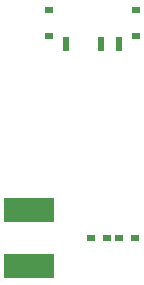
<source format=gbr>
G04 DipTrace 2.4.0.2*
%INBottomPaste.gbr*%
%MOIN*%
%ADD82R,0.0197X0.0512*%
%ADD84R,0.0315X0.0236*%
%ADD108R,0.1693X0.0844*%
%ADD114R,0.0276X0.0197*%
%FSLAX44Y44*%
G04*
G70*
G90*
G75*
G01*
%LNBotPaste*%
%LPD*%
D114*
X4594Y6281D3*
X4082D3*
D108*
X1063Y5359D3*
Y7203D3*
D114*
X3656Y6281D3*
X3144D3*
D84*
X1750Y13000D3*
Y13866D3*
X4624Y13000D3*
Y13866D3*
D82*
X2301Y12744D3*
X3482D3*
X4073D3*
M02*

</source>
